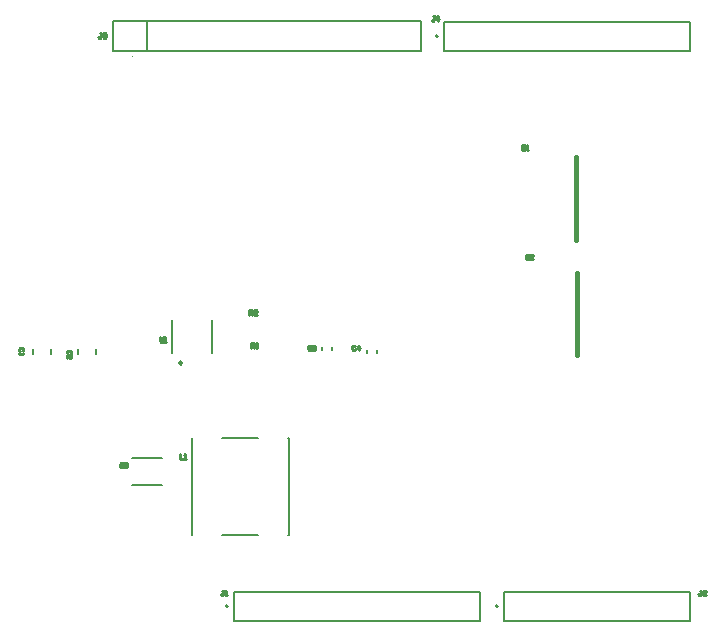
<source format=gbr>
%TF.GenerationSoftware,Altium Limited,Altium Designer,25.5.2 (35)*%
G04 Layer_Color=65535*
%FSLAX45Y45*%
%MOMM*%
%TF.SameCoordinates,BFD2D179-1F78-4762-B65C-0EBC3C109862*%
%TF.FilePolarity,Positive*%
%TF.FileFunction,Legend,Top*%
%TF.Part,Single*%
G01*
G75*
%TA.AperFunction,NonConductor*%
%ADD30C,0.20000*%
%ADD31C,0.12500*%
%ADD32C,0.25000*%
%ADD33C,0.40000*%
%ADD34C,0.25400*%
D30*
X4368000Y5080000D02*
G03*
X4368000Y5080000I-10000J0D01*
G01*
X4876000Y254000D02*
G03*
X4876000Y254000I-10000J0D01*
G01*
X2590000D02*
G03*
X2590000Y254000I-10000J0D01*
G01*
X6502500Y4959500D02*
Y5200500D01*
X4419500D02*
X6502500D01*
X4419500Y4959500D02*
Y5200500D01*
Y4959500D02*
X6502500D01*
Y133500D02*
Y374500D01*
X4927500D02*
X6502500D01*
X4927500Y133500D02*
Y374500D01*
Y133500D02*
X6502500D01*
X1905000Y4953000D02*
Y5207000D01*
X1613000Y4953000D02*
Y5207000D01*
Y4953000D02*
X4229000D01*
Y5207000D01*
X1613000D02*
X4229000D01*
X2283000Y860000D02*
Y1680000D01*
X3100500Y860000D02*
X3103000D01*
X2540500D02*
X2845500D01*
X2283000D02*
X2285500D01*
X3103000D02*
Y1680000D01*
X3100500D02*
X3103000D01*
X2540500D02*
X2845500D01*
X2283000D02*
X2285500D01*
X1324500Y2390500D02*
Y2435500D01*
X1469500Y2390500D02*
Y2435500D01*
X2116000Y2400000D02*
Y2680000D01*
X2456000Y2400000D02*
Y2680000D01*
X1779190Y1284500D02*
X2030810D01*
X1779190Y1509500D02*
X2030810D01*
X3386500Y2423400D02*
Y2453400D01*
X3471500Y2423400D02*
Y2453400D01*
X943500Y2390500D02*
Y2435500D01*
X1088500Y2390500D02*
Y2435500D01*
X3767500Y2398000D02*
Y2428000D01*
X3852500Y2398000D02*
Y2428000D01*
X4724500Y133500D02*
Y374500D01*
X2641500D02*
X4724500D01*
X2641500Y133500D02*
Y374500D01*
Y133500D02*
X4724500D01*
D31*
X1784250Y4910000D02*
G03*
X1784250Y4910000I-6250J0D01*
G01*
D32*
X2203500Y2315000D02*
G03*
X2203500Y2315000I-12500J0D01*
G01*
D33*
X5548500Y2380500D02*
Y3080500D01*
X5535800Y3358400D02*
Y4058400D01*
D34*
X4339592Y5248904D02*
X4326896D01*
X4333244D01*
Y5217164D01*
X4326896Y5210816D01*
X4320548D01*
X4314200Y5217164D01*
X4371332Y5210816D02*
Y5248904D01*
X4352288Y5229860D01*
X4377680D01*
X6597652Y387344D02*
X6584956D01*
X6591304D01*
Y355604D01*
X6584956Y349256D01*
X6578608D01*
X6572260Y355604D01*
X6635740Y349256D02*
X6610348D01*
X6635740Y374648D01*
Y380996D01*
X6629392Y387344D01*
X6616696D01*
X6610348Y380996D01*
X2769880Y2721616D02*
Y2759704D01*
X2788924D01*
X2795272Y2753356D01*
Y2740660D01*
X2788924Y2734312D01*
X2769880D01*
X2782576D02*
X2795272Y2721616D01*
X2833360D02*
X2807968D01*
X2833360Y2747008D01*
Y2753356D01*
X2827012Y2759704D01*
X2814316D01*
X2807968Y2753356D01*
X2788928Y2442216D02*
Y2480304D01*
X2807972D01*
X2814320Y2473956D01*
Y2461260D01*
X2807972Y2454912D01*
X2788928D01*
X2801624D02*
X2814320Y2442216D01*
X2827016D02*
X2839712D01*
X2833364D01*
Y2480304D01*
X2827016Y2473956D01*
X1517652Y5106664D02*
X1504956D01*
X1511304D01*
Y5074924D01*
X1504956Y5068576D01*
X1498608D01*
X1492260Y5074924D01*
X1530348Y5100316D02*
X1536696Y5106664D01*
X1549392D01*
X1555740Y5100316D01*
Y5093968D01*
X1549392Y5087620D01*
X1543044D01*
X1549392D01*
X1555740Y5081272D01*
Y5074924D01*
X1549392Y5068576D01*
X1536696D01*
X1530348Y5074924D01*
X2181868Y1543044D02*
Y1504956D01*
X2207260D01*
X2219956D02*
X2232652D01*
X2226304D01*
Y1543044D01*
X2219956Y1536696D01*
X1257296Y2393948D02*
X1263644Y2400296D01*
Y2412992D01*
X1257296Y2419340D01*
X1231904D01*
X1225556Y2412992D01*
Y2400296D01*
X1231904Y2393948D01*
X1225556Y2355860D02*
Y2381252D01*
X1250948Y2355860D01*
X1257296D01*
X1263644Y2362208D01*
Y2374904D01*
X1257296Y2381252D01*
X2014228Y2531104D02*
Y2499364D01*
X2020576Y2493016D01*
X2033272D01*
X2039620Y2499364D01*
Y2531104D01*
X2052316Y2493016D02*
X2065012D01*
X2058664D01*
Y2531104D01*
X2052316Y2524756D01*
X1700532Y1463036D02*
X1694184Y1469384D01*
X1681488D01*
X1675140Y1463036D01*
Y1437644D01*
X1681488Y1431296D01*
X1694184D01*
X1700532Y1437644D01*
X1713228Y1463036D02*
X1719576Y1469384D01*
X1732272D01*
X1738620Y1463036D01*
Y1456688D01*
X1732272Y1450340D01*
X1725924D01*
X1732272D01*
X1738620Y1443992D01*
Y1437644D01*
X1732272Y1431296D01*
X1719576D01*
X1713228Y1437644D01*
X5111760Y3232144D02*
Y3194056D01*
X5130804D01*
X5137152Y3200404D01*
Y3225796D01*
X5130804Y3232144D01*
X5111760D01*
X5175240Y3194056D02*
X5149848D01*
X5175240Y3219448D01*
Y3225796D01*
X5168892Y3232144D01*
X5156196D01*
X5149848Y3225796D01*
X3293112Y2456176D02*
X3286764Y2462524D01*
X3274068D01*
X3267720Y2456176D01*
Y2430784D01*
X3274068Y2424436D01*
X3286764D01*
X3293112Y2430784D01*
X3331200Y2462524D02*
X3305808D01*
Y2443480D01*
X3318504Y2449828D01*
X3324852D01*
X3331200Y2443480D01*
Y2430784D01*
X3324852Y2424436D01*
X3312156D01*
X3305808Y2430784D01*
X850896Y2413000D02*
X857244Y2419348D01*
Y2432044D01*
X850896Y2438392D01*
X825504D01*
X819156Y2432044D01*
Y2419348D01*
X825504Y2413000D01*
X819156Y2400304D02*
Y2387608D01*
Y2393956D01*
X857244D01*
X850896Y2400304D01*
X3669032Y2456176D02*
X3662684Y2462524D01*
X3649988D01*
X3643640Y2456176D01*
Y2430784D01*
X3649988Y2424436D01*
X3662684D01*
X3669032Y2430784D01*
X3700772Y2424436D02*
Y2462524D01*
X3681728Y2443480D01*
X3707120D01*
X5080008Y4159244D02*
Y4121156D01*
X5099052D01*
X5105400Y4127504D01*
Y4152896D01*
X5099052Y4159244D01*
X5080008D01*
X5118096Y4121156D02*
X5130792D01*
X5124444D01*
Y4159244D01*
X5118096Y4152896D01*
X2552700Y387344D02*
X2540004D01*
X2546352D01*
Y355604D01*
X2540004Y349256D01*
X2533656D01*
X2527308Y355604D01*
X2565396Y349256D02*
X2578092D01*
X2571744D01*
Y387344D01*
X2565396Y380996D01*
%TF.MD5,4f5374b6bf702139a6c1175c46f249e7*%
M02*

</source>
